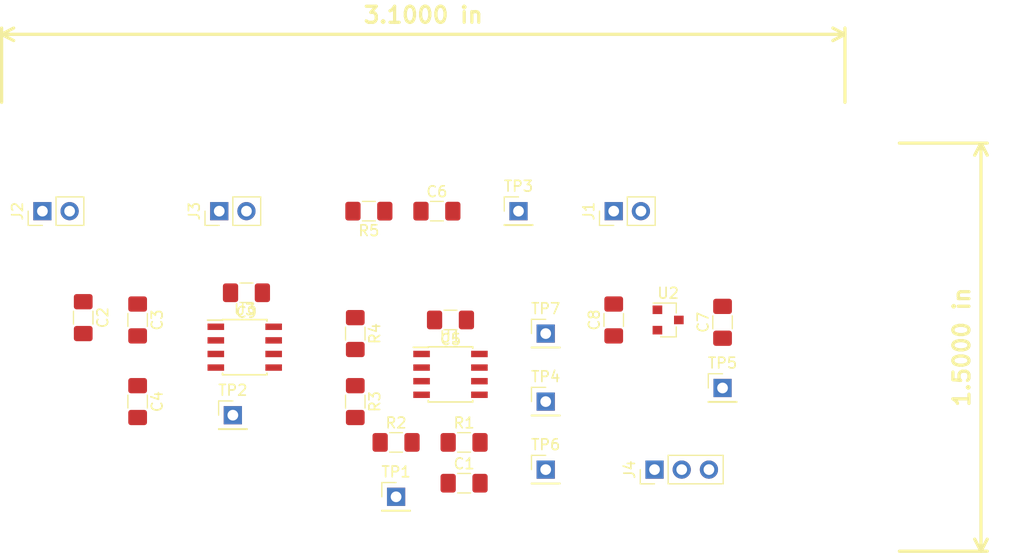
<source format=kicad_pcb>
(kicad_pcb (version 20171130) (host pcbnew "(5.0.2)-1")

  (general
    (thickness 1.6)
    (drawings 2)
    (tracks 0)
    (zones 0)
    (modules 28)
    (nets 15)
  )

  (page A4)
  (layers
    (0 F.Cu signal)
    (31 B.Cu signal)
    (32 B.Adhes user)
    (33 F.Adhes user)
    (34 B.Paste user)
    (35 F.Paste user)
    (36 B.SilkS user)
    (37 F.SilkS user)
    (38 B.Mask user)
    (39 F.Mask user)
    (40 Dwgs.User user)
    (41 Cmts.User user)
    (42 Eco1.User user)
    (43 Eco2.User user)
    (44 Edge.Cuts user)
    (45 Margin user)
    (46 B.CrtYd user)
    (47 F.CrtYd user)
    (48 B.Fab user)
    (49 F.Fab user)
  )

  (setup
    (last_trace_width 0.25)
    (trace_clearance 0.2)
    (zone_clearance 0.508)
    (zone_45_only no)
    (trace_min 0.2)
    (segment_width 0.2)
    (edge_width 0.15)
    (via_size 0.8)
    (via_drill 0.4)
    (via_min_size 0.4)
    (via_min_drill 0.3)
    (uvia_size 0.3)
    (uvia_drill 0.1)
    (uvias_allowed no)
    (uvia_min_size 0.2)
    (uvia_min_drill 0.1)
    (pcb_text_width 0.3)
    (pcb_text_size 1.5 1.5)
    (mod_edge_width 0.15)
    (mod_text_size 1 1)
    (mod_text_width 0.15)
    (pad_size 1.524 1.524)
    (pad_drill 0.762)
    (pad_to_mask_clearance 0.051)
    (solder_mask_min_width 0.25)
    (aux_axis_origin 0 0)
    (visible_elements FFFFFF7F)
    (pcbplotparams
      (layerselection 0x010fc_ffffffff)
      (usegerberextensions false)
      (usegerberattributes false)
      (usegerberadvancedattributes false)
      (creategerberjobfile false)
      (excludeedgelayer true)
      (linewidth 0.100000)
      (plotframeref false)
      (viasonmask false)
      (mode 1)
      (useauxorigin false)
      (hpglpennumber 1)
      (hpglpenspeed 20)
      (hpglpendiameter 15.000000)
      (psnegative false)
      (psa4output false)
      (plotreference true)
      (plotvalue true)
      (plotinvisibletext false)
      (padsonsilk false)
      (subtractmaskfromsilk false)
      (outputformat 1)
      (mirror false)
      (drillshape 1)
      (scaleselection 1)
      (outputdirectory ""))
  )

  (net 0 "")
  (net 1 "Net-(R3-Pad1)")
  (net 2 /ESD1)
  (net 3 /VREF)
  (net 4 GND)
  (net 5 +3V3)
  (net 6 /ESD2)
  (net 7 "Net-(C6-Pad1)")
  (net 8 +5V)
  (net 9 "Net-(U3-Pad6)")
  (net 10 "Net-(C2-Pad1)")
  (net 11 "Net-(J4-Pad2)")
  (net 12 "Net-(U3-Pad1)")
  (net 13 "Net-(U3-Pad2)")
  (net 14 "Net-(U3-Pad3)")

  (net_class Default "This is the default net class."
    (clearance 0.2)
    (trace_width 0.25)
    (via_dia 0.8)
    (via_drill 0.4)
    (uvia_dia 0.3)
    (uvia_drill 0.1)
    (add_net +3V3)
    (add_net +5V)
    (add_net /ESD1)
    (add_net /ESD2)
    (add_net /VREF)
    (add_net GND)
    (add_net "Net-(C2-Pad1)")
    (add_net "Net-(C6-Pad1)")
    (add_net "Net-(J4-Pad2)")
    (add_net "Net-(R3-Pad1)")
    (add_net "Net-(U3-Pad1)")
    (add_net "Net-(U3-Pad2)")
    (add_net "Net-(U3-Pad3)")
    (add_net "Net-(U3-Pad6)")
  )

  (module Capacitor_SMD:C_1206_3216Metric_Pad1.42x1.75mm_HandSolder (layer F.Cu) (tedit 5B301BBE) (tstamp 5DC5BECA)
    (at 102.87 113.03)
    (descr "Capacitor SMD 1206 (3216 Metric), square (rectangular) end terminal, IPC_7351 nominal with elongated pad for handsoldering. (Body size source: http://www.tortai-tech.com/upload/download/2011102023233369053.pdf), generated with kicad-footprint-generator")
    (tags "capacitor handsolder")
    (path /5DC48753)
    (attr smd)
    (fp_text reference C1 (at 0 -1.82) (layer F.SilkS)
      (effects (font (size 1 1) (thickness 0.15)))
    )
    (fp_text value 560pF (at 0 1.82) (layer F.Fab)
      (effects (font (size 1 1) (thickness 0.15)))
    )
    (fp_line (start -1.6 0.8) (end -1.6 -0.8) (layer F.Fab) (width 0.1))
    (fp_line (start -1.6 -0.8) (end 1.6 -0.8) (layer F.Fab) (width 0.1))
    (fp_line (start 1.6 -0.8) (end 1.6 0.8) (layer F.Fab) (width 0.1))
    (fp_line (start 1.6 0.8) (end -1.6 0.8) (layer F.Fab) (width 0.1))
    (fp_line (start -0.602064 -0.91) (end 0.602064 -0.91) (layer F.SilkS) (width 0.12))
    (fp_line (start -0.602064 0.91) (end 0.602064 0.91) (layer F.SilkS) (width 0.12))
    (fp_line (start -2.45 1.12) (end -2.45 -1.12) (layer F.CrtYd) (width 0.05))
    (fp_line (start -2.45 -1.12) (end 2.45 -1.12) (layer F.CrtYd) (width 0.05))
    (fp_line (start 2.45 -1.12) (end 2.45 1.12) (layer F.CrtYd) (width 0.05))
    (fp_line (start 2.45 1.12) (end -2.45 1.12) (layer F.CrtYd) (width 0.05))
    (fp_text user %R (at 0 0) (layer F.Fab)
      (effects (font (size 0.8 0.8) (thickness 0.12)))
    )
    (pad 1 smd roundrect (at -1.4875 0) (size 1.425 1.75) (layers F.Cu F.Paste F.Mask) (roundrect_rratio 0.175439)
      (net 3 /VREF))
    (pad 2 smd roundrect (at 1.4875 0) (size 1.425 1.75) (layers F.Cu F.Paste F.Mask) (roundrect_rratio 0.175439)
      (net 4 GND))
    (model ${KISYS3DMOD}/Capacitor_SMD.3dshapes/C_1206_3216Metric.wrl
      (at (xyz 0 0 0))
      (scale (xyz 1 1 1))
      (rotate (xyz 0 0 0))
    )
  )

  (module Capacitor_SMD:C_1206_3216Metric_Pad1.42x1.75mm_HandSolder (layer F.Cu) (tedit 5B301BBE) (tstamp 5DC5BEB9)
    (at 67.31 97.5725 270)
    (descr "Capacitor SMD 1206 (3216 Metric), square (rectangular) end terminal, IPC_7351 nominal with elongated pad for handsoldering. (Body size source: http://www.tortai-tech.com/upload/download/2011102023233369053.pdf), generated with kicad-footprint-generator")
    (tags "capacitor handsolder")
    (path /5DC40CD6)
    (attr smd)
    (fp_text reference C2 (at 0 -1.82 270) (layer F.SilkS)
      (effects (font (size 1 1) (thickness 0.15)))
    )
    (fp_text value 3pF (at 0 1.82 270) (layer F.Fab)
      (effects (font (size 1 1) (thickness 0.15)))
    )
    (fp_text user %R (at 0 0 270) (layer F.Fab)
      (effects (font (size 0.8 0.8) (thickness 0.12)))
    )
    (fp_line (start 2.45 1.12) (end -2.45 1.12) (layer F.CrtYd) (width 0.05))
    (fp_line (start 2.45 -1.12) (end 2.45 1.12) (layer F.CrtYd) (width 0.05))
    (fp_line (start -2.45 -1.12) (end 2.45 -1.12) (layer F.CrtYd) (width 0.05))
    (fp_line (start -2.45 1.12) (end -2.45 -1.12) (layer F.CrtYd) (width 0.05))
    (fp_line (start -0.602064 0.91) (end 0.602064 0.91) (layer F.SilkS) (width 0.12))
    (fp_line (start -0.602064 -0.91) (end 0.602064 -0.91) (layer F.SilkS) (width 0.12))
    (fp_line (start 1.6 0.8) (end -1.6 0.8) (layer F.Fab) (width 0.1))
    (fp_line (start 1.6 -0.8) (end 1.6 0.8) (layer F.Fab) (width 0.1))
    (fp_line (start -1.6 -0.8) (end 1.6 -0.8) (layer F.Fab) (width 0.1))
    (fp_line (start -1.6 0.8) (end -1.6 -0.8) (layer F.Fab) (width 0.1))
    (pad 2 smd roundrect (at 1.4875 0 270) (size 1.425 1.75) (layers F.Cu F.Paste F.Mask) (roundrect_rratio 0.175439)
      (net 4 GND))
    (pad 1 smd roundrect (at -1.4875 0 270) (size 1.425 1.75) (layers F.Cu F.Paste F.Mask) (roundrect_rratio 0.175439)
      (net 10 "Net-(C2-Pad1)"))
    (model ${KISYS3DMOD}/Capacitor_SMD.3dshapes/C_1206_3216Metric.wrl
      (at (xyz 0 0 0))
      (scale (xyz 1 1 1))
      (rotate (xyz 0 0 0))
    )
  )

  (module Capacitor_SMD:C_1206_3216Metric_Pad1.42x1.75mm_HandSolder (layer F.Cu) (tedit 5B301BBE) (tstamp 5DC5BEA8)
    (at 72.39 97.79 270)
    (descr "Capacitor SMD 1206 (3216 Metric), square (rectangular) end terminal, IPC_7351 nominal with elongated pad for handsoldering. (Body size source: http://www.tortai-tech.com/upload/download/2011102023233369053.pdf), generated with kicad-footprint-generator")
    (tags "capacitor handsolder")
    (path /5DC40C26)
    (attr smd)
    (fp_text reference C3 (at 0 -1.82 270) (layer F.SilkS)
      (effects (font (size 1 1) (thickness 0.15)))
    )
    (fp_text value 22pF (at 0 1.82 270) (layer F.Fab)
      (effects (font (size 1 1) (thickness 0.15)))
    )
    (fp_line (start -1.6 0.8) (end -1.6 -0.8) (layer F.Fab) (width 0.1))
    (fp_line (start -1.6 -0.8) (end 1.6 -0.8) (layer F.Fab) (width 0.1))
    (fp_line (start 1.6 -0.8) (end 1.6 0.8) (layer F.Fab) (width 0.1))
    (fp_line (start 1.6 0.8) (end -1.6 0.8) (layer F.Fab) (width 0.1))
    (fp_line (start -0.602064 -0.91) (end 0.602064 -0.91) (layer F.SilkS) (width 0.12))
    (fp_line (start -0.602064 0.91) (end 0.602064 0.91) (layer F.SilkS) (width 0.12))
    (fp_line (start -2.45 1.12) (end -2.45 -1.12) (layer F.CrtYd) (width 0.05))
    (fp_line (start -2.45 -1.12) (end 2.45 -1.12) (layer F.CrtYd) (width 0.05))
    (fp_line (start 2.45 -1.12) (end 2.45 1.12) (layer F.CrtYd) (width 0.05))
    (fp_line (start 2.45 1.12) (end -2.45 1.12) (layer F.CrtYd) (width 0.05))
    (fp_text user %R (at 0 0 270) (layer F.Fab)
      (effects (font (size 0.8 0.8) (thickness 0.12)))
    )
    (pad 1 smd roundrect (at -1.4875 0 270) (size 1.425 1.75) (layers F.Cu F.Paste F.Mask) (roundrect_rratio 0.175439)
      (net 10 "Net-(C2-Pad1)"))
    (pad 2 smd roundrect (at 1.4875 0 270) (size 1.425 1.75) (layers F.Cu F.Paste F.Mask) (roundrect_rratio 0.175439)
      (net 2 /ESD1))
    (model ${KISYS3DMOD}/Capacitor_SMD.3dshapes/C_1206_3216Metric.wrl
      (at (xyz 0 0 0))
      (scale (xyz 1 1 1))
      (rotate (xyz 0 0 0))
    )
  )

  (module Capacitor_SMD:C_1206_3216Metric_Pad1.42x1.75mm_HandSolder (layer F.Cu) (tedit 5B301BBE) (tstamp 5DC5BE97)
    (at 116.84 97.79 90)
    (descr "Capacitor SMD 1206 (3216 Metric), square (rectangular) end terminal, IPC_7351 nominal with elongated pad for handsoldering. (Body size source: http://www.tortai-tech.com/upload/download/2011102023233369053.pdf), generated with kicad-footprint-generator")
    (tags "capacitor handsolder")
    (path /5DC3C8DA)
    (attr smd)
    (fp_text reference C8 (at 0 -1.82 90) (layer F.SilkS)
      (effects (font (size 1 1) (thickness 0.15)))
    )
    (fp_text value 1uF (at 0 1.82 90) (layer F.Fab)
      (effects (font (size 1 1) (thickness 0.15)))
    )
    (fp_text user %R (at 0 0 90) (layer F.Fab)
      (effects (font (size 0.8 0.8) (thickness 0.12)))
    )
    (fp_line (start 2.45 1.12) (end -2.45 1.12) (layer F.CrtYd) (width 0.05))
    (fp_line (start 2.45 -1.12) (end 2.45 1.12) (layer F.CrtYd) (width 0.05))
    (fp_line (start -2.45 -1.12) (end 2.45 -1.12) (layer F.CrtYd) (width 0.05))
    (fp_line (start -2.45 1.12) (end -2.45 -1.12) (layer F.CrtYd) (width 0.05))
    (fp_line (start -0.602064 0.91) (end 0.602064 0.91) (layer F.SilkS) (width 0.12))
    (fp_line (start -0.602064 -0.91) (end 0.602064 -0.91) (layer F.SilkS) (width 0.12))
    (fp_line (start 1.6 0.8) (end -1.6 0.8) (layer F.Fab) (width 0.1))
    (fp_line (start 1.6 -0.8) (end 1.6 0.8) (layer F.Fab) (width 0.1))
    (fp_line (start -1.6 -0.8) (end 1.6 -0.8) (layer F.Fab) (width 0.1))
    (fp_line (start -1.6 0.8) (end -1.6 -0.8) (layer F.Fab) (width 0.1))
    (pad 2 smd roundrect (at 1.4875 0 90) (size 1.425 1.75) (layers F.Cu F.Paste F.Mask) (roundrect_rratio 0.175439)
      (net 4 GND))
    (pad 1 smd roundrect (at -1.4875 0 90) (size 1.425 1.75) (layers F.Cu F.Paste F.Mask) (roundrect_rratio 0.175439)
      (net 5 +3V3))
    (model ${KISYS3DMOD}/Capacitor_SMD.3dshapes/C_1206_3216Metric.wrl
      (at (xyz 0 0 0))
      (scale (xyz 1 1 1))
      (rotate (xyz 0 0 0))
    )
  )

  (module Capacitor_SMD:C_1206_3216Metric_Pad1.42x1.75mm_HandSolder (layer F.Cu) (tedit 5B301BBE) (tstamp 5DC5BE86)
    (at 127 98.0075 90)
    (descr "Capacitor SMD 1206 (3216 Metric), square (rectangular) end terminal, IPC_7351 nominal with elongated pad for handsoldering. (Body size source: http://www.tortai-tech.com/upload/download/2011102023233369053.pdf), generated with kicad-footprint-generator")
    (tags "capacitor handsolder")
    (path /5DC3C88B)
    (attr smd)
    (fp_text reference C7 (at 0 -1.82 90) (layer F.SilkS)
      (effects (font (size 1 1) (thickness 0.15)))
    )
    (fp_text value 1uF (at 0 1.82 90) (layer F.Fab)
      (effects (font (size 1 1) (thickness 0.15)))
    )
    (fp_line (start -1.6 0.8) (end -1.6 -0.8) (layer F.Fab) (width 0.1))
    (fp_line (start -1.6 -0.8) (end 1.6 -0.8) (layer F.Fab) (width 0.1))
    (fp_line (start 1.6 -0.8) (end 1.6 0.8) (layer F.Fab) (width 0.1))
    (fp_line (start 1.6 0.8) (end -1.6 0.8) (layer F.Fab) (width 0.1))
    (fp_line (start -0.602064 -0.91) (end 0.602064 -0.91) (layer F.SilkS) (width 0.12))
    (fp_line (start -0.602064 0.91) (end 0.602064 0.91) (layer F.SilkS) (width 0.12))
    (fp_line (start -2.45 1.12) (end -2.45 -1.12) (layer F.CrtYd) (width 0.05))
    (fp_line (start -2.45 -1.12) (end 2.45 -1.12) (layer F.CrtYd) (width 0.05))
    (fp_line (start 2.45 -1.12) (end 2.45 1.12) (layer F.CrtYd) (width 0.05))
    (fp_line (start 2.45 1.12) (end -2.45 1.12) (layer F.CrtYd) (width 0.05))
    (fp_text user %R (at 0 0 90) (layer F.Fab)
      (effects (font (size 0.8 0.8) (thickness 0.12)))
    )
    (pad 1 smd roundrect (at -1.4875 0 90) (size 1.425 1.75) (layers F.Cu F.Paste F.Mask) (roundrect_rratio 0.175439)
      (net 8 +5V))
    (pad 2 smd roundrect (at 1.4875 0 90) (size 1.425 1.75) (layers F.Cu F.Paste F.Mask) (roundrect_rratio 0.175439)
      (net 4 GND))
    (model ${KISYS3DMOD}/Capacitor_SMD.3dshapes/C_1206_3216Metric.wrl
      (at (xyz 0 0 0))
      (scale (xyz 1 1 1))
      (rotate (xyz 0 0 0))
    )
  )

  (module Capacitor_SMD:C_1206_3216Metric_Pad1.42x1.75mm_HandSolder (layer F.Cu) (tedit 5B301BBE) (tstamp 5DC5BE75)
    (at 100.33 87.63)
    (descr "Capacitor SMD 1206 (3216 Metric), square (rectangular) end terminal, IPC_7351 nominal with elongated pad for handsoldering. (Body size source: http://www.tortai-tech.com/upload/download/2011102023233369053.pdf), generated with kicad-footprint-generator")
    (tags "capacitor handsolder")
    (path /5DC3F53F)
    (attr smd)
    (fp_text reference C6 (at 0 -1.82) (layer F.SilkS)
      (effects (font (size 1 1) (thickness 0.15)))
    )
    (fp_text value 560pF (at 0 1.82) (layer F.Fab)
      (effects (font (size 1 1) (thickness 0.15)))
    )
    (fp_text user %R (at 0 0) (layer F.Fab)
      (effects (font (size 0.8 0.8) (thickness 0.12)))
    )
    (fp_line (start 2.45 1.12) (end -2.45 1.12) (layer F.CrtYd) (width 0.05))
    (fp_line (start 2.45 -1.12) (end 2.45 1.12) (layer F.CrtYd) (width 0.05))
    (fp_line (start -2.45 -1.12) (end 2.45 -1.12) (layer F.CrtYd) (width 0.05))
    (fp_line (start -2.45 1.12) (end -2.45 -1.12) (layer F.CrtYd) (width 0.05))
    (fp_line (start -0.602064 0.91) (end 0.602064 0.91) (layer F.SilkS) (width 0.12))
    (fp_line (start -0.602064 -0.91) (end 0.602064 -0.91) (layer F.SilkS) (width 0.12))
    (fp_line (start 1.6 0.8) (end -1.6 0.8) (layer F.Fab) (width 0.1))
    (fp_line (start 1.6 -0.8) (end 1.6 0.8) (layer F.Fab) (width 0.1))
    (fp_line (start -1.6 -0.8) (end 1.6 -0.8) (layer F.Fab) (width 0.1))
    (fp_line (start -1.6 0.8) (end -1.6 -0.8) (layer F.Fab) (width 0.1))
    (pad 2 smd roundrect (at 1.4875 0) (size 1.425 1.75) (layers F.Cu F.Paste F.Mask) (roundrect_rratio 0.175439)
      (net 4 GND))
    (pad 1 smd roundrect (at -1.4875 0) (size 1.425 1.75) (layers F.Cu F.Paste F.Mask) (roundrect_rratio 0.175439)
      (net 7 "Net-(C6-Pad1)"))
    (model ${KISYS3DMOD}/Capacitor_SMD.3dshapes/C_1206_3216Metric.wrl
      (at (xyz 0 0 0))
      (scale (xyz 1 1 1))
      (rotate (xyz 0 0 0))
    )
  )

  (module Capacitor_SMD:C_1206_3216Metric_Pad1.42x1.75mm_HandSolder (layer F.Cu) (tedit 5B301BBE) (tstamp 5DC5BE64)
    (at 101.6 97.79 180)
    (descr "Capacitor SMD 1206 (3216 Metric), square (rectangular) end terminal, IPC_7351 nominal with elongated pad for handsoldering. (Body size source: http://www.tortai-tech.com/upload/download/2011102023233369053.pdf), generated with kicad-footprint-generator")
    (tags "capacitor handsolder")
    (path /5DC3CFA5)
    (attr smd)
    (fp_text reference C5 (at 0 -1.82 180) (layer F.SilkS)
      (effects (font (size 1 1) (thickness 0.15)))
    )
    (fp_text value 0.1uF (at 0 1.82 180) (layer F.Fab)
      (effects (font (size 1 1) (thickness 0.15)))
    )
    (fp_line (start -1.6 0.8) (end -1.6 -0.8) (layer F.Fab) (width 0.1))
    (fp_line (start -1.6 -0.8) (end 1.6 -0.8) (layer F.Fab) (width 0.1))
    (fp_line (start 1.6 -0.8) (end 1.6 0.8) (layer F.Fab) (width 0.1))
    (fp_line (start 1.6 0.8) (end -1.6 0.8) (layer F.Fab) (width 0.1))
    (fp_line (start -0.602064 -0.91) (end 0.602064 -0.91) (layer F.SilkS) (width 0.12))
    (fp_line (start -0.602064 0.91) (end 0.602064 0.91) (layer F.SilkS) (width 0.12))
    (fp_line (start -2.45 1.12) (end -2.45 -1.12) (layer F.CrtYd) (width 0.05))
    (fp_line (start -2.45 -1.12) (end 2.45 -1.12) (layer F.CrtYd) (width 0.05))
    (fp_line (start 2.45 -1.12) (end 2.45 1.12) (layer F.CrtYd) (width 0.05))
    (fp_line (start 2.45 1.12) (end -2.45 1.12) (layer F.CrtYd) (width 0.05))
    (fp_text user %R (at 0 0 180) (layer F.Fab)
      (effects (font (size 0.8 0.8) (thickness 0.12)))
    )
    (pad 1 smd roundrect (at -1.4875 0 180) (size 1.425 1.75) (layers F.Cu F.Paste F.Mask) (roundrect_rratio 0.175439)
      (net 5 +3V3))
    (pad 2 smd roundrect (at 1.4875 0 180) (size 1.425 1.75) (layers F.Cu F.Paste F.Mask) (roundrect_rratio 0.175439)
      (net 4 GND))
    (model ${KISYS3DMOD}/Capacitor_SMD.3dshapes/C_1206_3216Metric.wrl
      (at (xyz 0 0 0))
      (scale (xyz 1 1 1))
      (rotate (xyz 0 0 0))
    )
  )

  (module Capacitor_SMD:C_1206_3216Metric_Pad1.42x1.75mm_HandSolder (layer F.Cu) (tedit 5B301BBE) (tstamp 5DC5BE53)
    (at 72.39 105.41 270)
    (descr "Capacitor SMD 1206 (3216 Metric), square (rectangular) end terminal, IPC_7351 nominal with elongated pad for handsoldering. (Body size source: http://www.tortai-tech.com/upload/download/2011102023233369053.pdf), generated with kicad-footprint-generator")
    (tags "capacitor handsolder")
    (path /5DC40C90)
    (attr smd)
    (fp_text reference C4 (at 0 -1.82 270) (layer F.SilkS)
      (effects (font (size 1 1) (thickness 0.15)))
    )
    (fp_text value 560pF (at 0 1.82 270) (layer F.Fab)
      (effects (font (size 1 1) (thickness 0.15)))
    )
    (fp_text user %R (at 0 0 270) (layer F.Fab)
      (effects (font (size 0.8 0.8) (thickness 0.12)))
    )
    (fp_line (start 2.45 1.12) (end -2.45 1.12) (layer F.CrtYd) (width 0.05))
    (fp_line (start 2.45 -1.12) (end 2.45 1.12) (layer F.CrtYd) (width 0.05))
    (fp_line (start -2.45 -1.12) (end 2.45 -1.12) (layer F.CrtYd) (width 0.05))
    (fp_line (start -2.45 1.12) (end -2.45 -1.12) (layer F.CrtYd) (width 0.05))
    (fp_line (start -0.602064 0.91) (end 0.602064 0.91) (layer F.SilkS) (width 0.12))
    (fp_line (start -0.602064 -0.91) (end 0.602064 -0.91) (layer F.SilkS) (width 0.12))
    (fp_line (start 1.6 0.8) (end -1.6 0.8) (layer F.Fab) (width 0.1))
    (fp_line (start 1.6 -0.8) (end 1.6 0.8) (layer F.Fab) (width 0.1))
    (fp_line (start -1.6 -0.8) (end 1.6 -0.8) (layer F.Fab) (width 0.1))
    (fp_line (start -1.6 0.8) (end -1.6 -0.8) (layer F.Fab) (width 0.1))
    (pad 2 smd roundrect (at 1.4875 0 270) (size 1.425 1.75) (layers F.Cu F.Paste F.Mask) (roundrect_rratio 0.175439)
      (net 4 GND))
    (pad 1 smd roundrect (at -1.4875 0 270) (size 1.425 1.75) (layers F.Cu F.Paste F.Mask) (roundrect_rratio 0.175439)
      (net 2 /ESD1))
    (model ${KISYS3DMOD}/Capacitor_SMD.3dshapes/C_1206_3216Metric.wrl
      (at (xyz 0 0 0))
      (scale (xyz 1 1 1))
      (rotate (xyz 0 0 0))
    )
  )

  (module Capacitor_SMD:C_1206_3216Metric_Pad1.42x1.75mm_HandSolder (layer F.Cu) (tedit 5B301BBE) (tstamp 5DC5BE42)
    (at 82.55 95.25 180)
    (descr "Capacitor SMD 1206 (3216 Metric), square (rectangular) end terminal, IPC_7351 nominal with elongated pad for handsoldering. (Body size source: http://www.tortai-tech.com/upload/download/2011102023233369053.pdf), generated with kicad-footprint-generator")
    (tags "capacitor handsolder")
    (path /5DC61BE5)
    (attr smd)
    (fp_text reference C9 (at 0 -1.82 180) (layer F.SilkS)
      (effects (font (size 1 1) (thickness 0.15)))
    )
    (fp_text value 0.1uF (at 0 1.82 180) (layer F.Fab)
      (effects (font (size 1 1) (thickness 0.15)))
    )
    (fp_line (start -1.6 0.8) (end -1.6 -0.8) (layer F.Fab) (width 0.1))
    (fp_line (start -1.6 -0.8) (end 1.6 -0.8) (layer F.Fab) (width 0.1))
    (fp_line (start 1.6 -0.8) (end 1.6 0.8) (layer F.Fab) (width 0.1))
    (fp_line (start 1.6 0.8) (end -1.6 0.8) (layer F.Fab) (width 0.1))
    (fp_line (start -0.602064 -0.91) (end 0.602064 -0.91) (layer F.SilkS) (width 0.12))
    (fp_line (start -0.602064 0.91) (end 0.602064 0.91) (layer F.SilkS) (width 0.12))
    (fp_line (start -2.45 1.12) (end -2.45 -1.12) (layer F.CrtYd) (width 0.05))
    (fp_line (start -2.45 -1.12) (end 2.45 -1.12) (layer F.CrtYd) (width 0.05))
    (fp_line (start 2.45 -1.12) (end 2.45 1.12) (layer F.CrtYd) (width 0.05))
    (fp_line (start 2.45 1.12) (end -2.45 1.12) (layer F.CrtYd) (width 0.05))
    (fp_text user %R (at 0 0 180) (layer F.Fab)
      (effects (font (size 0.8 0.8) (thickness 0.12)))
    )
    (pad 1 smd roundrect (at -1.4875 0 180) (size 1.425 1.75) (layers F.Cu F.Paste F.Mask) (roundrect_rratio 0.175439)
      (net 5 +3V3))
    (pad 2 smd roundrect (at 1.4875 0 180) (size 1.425 1.75) (layers F.Cu F.Paste F.Mask) (roundrect_rratio 0.175439)
      (net 4 GND))
    (model ${KISYS3DMOD}/Capacitor_SMD.3dshapes/C_1206_3216Metric.wrl
      (at (xyz 0 0 0))
      (scale (xyz 1 1 1))
      (rotate (xyz 0 0 0))
    )
  )

  (module Connector_PinHeader_2.54mm:PinHeader_1x01_P2.54mm_Vertical (layer F.Cu) (tedit 59FED5CC) (tstamp 5DC5BE31)
    (at 110.49 111.76)
    (descr "Through hole straight pin header, 1x01, 2.54mm pitch, single row")
    (tags "Through hole pin header THT 1x01 2.54mm single row")
    (path /5DC6E294)
    (fp_text reference TP6 (at 0 -2.33) (layer F.SilkS)
      (effects (font (size 1 1) (thickness 0.15)))
    )
    (fp_text value TestPoint (at 0 2.33) (layer F.Fab)
      (effects (font (size 1 1) (thickness 0.15)))
    )
    (fp_line (start -0.635 -1.27) (end 1.27 -1.27) (layer F.Fab) (width 0.1))
    (fp_line (start 1.27 -1.27) (end 1.27 1.27) (layer F.Fab) (width 0.1))
    (fp_line (start 1.27 1.27) (end -1.27 1.27) (layer F.Fab) (width 0.1))
    (fp_line (start -1.27 1.27) (end -1.27 -0.635) (layer F.Fab) (width 0.1))
    (fp_line (start -1.27 -0.635) (end -0.635 -1.27) (layer F.Fab) (width 0.1))
    (fp_line (start -1.33 1.33) (end 1.33 1.33) (layer F.SilkS) (width 0.12))
    (fp_line (start -1.33 1.27) (end -1.33 1.33) (layer F.SilkS) (width 0.12))
    (fp_line (start 1.33 1.27) (end 1.33 1.33) (layer F.SilkS) (width 0.12))
    (fp_line (start -1.33 1.27) (end 1.33 1.27) (layer F.SilkS) (width 0.12))
    (fp_line (start -1.33 0) (end -1.33 -1.33) (layer F.SilkS) (width 0.12))
    (fp_line (start -1.33 -1.33) (end 0 -1.33) (layer F.SilkS) (width 0.12))
    (fp_line (start -1.8 -1.8) (end -1.8 1.8) (layer F.CrtYd) (width 0.05))
    (fp_line (start -1.8 1.8) (end 1.8 1.8) (layer F.CrtYd) (width 0.05))
    (fp_line (start 1.8 1.8) (end 1.8 -1.8) (layer F.CrtYd) (width 0.05))
    (fp_line (start 1.8 -1.8) (end -1.8 -1.8) (layer F.CrtYd) (width 0.05))
    (fp_text user %R (at 0 0 90) (layer F.Fab)
      (effects (font (size 1 1) (thickness 0.15)))
    )
    (pad 1 thru_hole rect (at 0 0) (size 1.7 1.7) (drill 1) (layers *.Cu *.Mask)
      (net 4 GND))
    (model ${KISYS3DMOD}/Connector_PinHeader_2.54mm.3dshapes/PinHeader_1x01_P2.54mm_Vertical.wrl
      (at (xyz 0 0 0))
      (scale (xyz 1 1 1))
      (rotate (xyz 0 0 0))
    )
  )

  (module Connector_PinHeader_2.54mm:PinHeader_1x01_P2.54mm_Vertical (layer F.Cu) (tedit 59FED5CC) (tstamp 5DC5BE1C)
    (at 81.28 106.68)
    (descr "Through hole straight pin header, 1x01, 2.54mm pitch, single row")
    (tags "Through hole pin header THT 1x01 2.54mm single row")
    (path /5DC6FFCD)
    (fp_text reference TP2 (at 0 -2.33) (layer F.SilkS)
      (effects (font (size 1 1) (thickness 0.15)))
    )
    (fp_text value TestPoint (at 0 2.33) (layer F.Fab)
      (effects (font (size 1 1) (thickness 0.15)))
    )
    (fp_text user %R (at 0 0 90) (layer F.Fab)
      (effects (font (size 1 1) (thickness 0.15)))
    )
    (fp_line (start 1.8 -1.8) (end -1.8 -1.8) (layer F.CrtYd) (width 0.05))
    (fp_line (start 1.8 1.8) (end 1.8 -1.8) (layer F.CrtYd) (width 0.05))
    (fp_line (start -1.8 1.8) (end 1.8 1.8) (layer F.CrtYd) (width 0.05))
    (fp_line (start -1.8 -1.8) (end -1.8 1.8) (layer F.CrtYd) (width 0.05))
    (fp_line (start -1.33 -1.33) (end 0 -1.33) (layer F.SilkS) (width 0.12))
    (fp_line (start -1.33 0) (end -1.33 -1.33) (layer F.SilkS) (width 0.12))
    (fp_line (start -1.33 1.27) (end 1.33 1.27) (layer F.SilkS) (width 0.12))
    (fp_line (start 1.33 1.27) (end 1.33 1.33) (layer F.SilkS) (width 0.12))
    (fp_line (start -1.33 1.27) (end -1.33 1.33) (layer F.SilkS) (width 0.12))
    (fp_line (start -1.33 1.33) (end 1.33 1.33) (layer F.SilkS) (width 0.12))
    (fp_line (start -1.27 -0.635) (end -0.635 -1.27) (layer F.Fab) (width 0.1))
    (fp_line (start -1.27 1.27) (end -1.27 -0.635) (layer F.Fab) (width 0.1))
    (fp_line (start 1.27 1.27) (end -1.27 1.27) (layer F.Fab) (width 0.1))
    (fp_line (start 1.27 -1.27) (end 1.27 1.27) (layer F.Fab) (width 0.1))
    (fp_line (start -0.635 -1.27) (end 1.27 -1.27) (layer F.Fab) (width 0.1))
    (pad 1 thru_hole rect (at 0 0) (size 1.7 1.7) (drill 1) (layers *.Cu *.Mask)
      (net 2 /ESD1))
    (model ${KISYS3DMOD}/Connector_PinHeader_2.54mm.3dshapes/PinHeader_1x01_P2.54mm_Vertical.wrl
      (at (xyz 0 0 0))
      (scale (xyz 1 1 1))
      (rotate (xyz 0 0 0))
    )
  )

  (module Connector_PinHeader_2.54mm:PinHeader_1x01_P2.54mm_Vertical (layer F.Cu) (tedit 59FED5CC) (tstamp 5DC5BE07)
    (at 110.49 105.41)
    (descr "Through hole straight pin header, 1x01, 2.54mm pitch, single row")
    (tags "Through hole pin header THT 1x01 2.54mm single row")
    (path /5DC6E1A6)
    (fp_text reference TP4 (at 0 -2.33) (layer F.SilkS)
      (effects (font (size 1 1) (thickness 0.15)))
    )
    (fp_text value TestPoint (at 0 2.33) (layer F.Fab)
      (effects (font (size 1 1) (thickness 0.15)))
    )
    (fp_line (start -0.635 -1.27) (end 1.27 -1.27) (layer F.Fab) (width 0.1))
    (fp_line (start 1.27 -1.27) (end 1.27 1.27) (layer F.Fab) (width 0.1))
    (fp_line (start 1.27 1.27) (end -1.27 1.27) (layer F.Fab) (width 0.1))
    (fp_line (start -1.27 1.27) (end -1.27 -0.635) (layer F.Fab) (width 0.1))
    (fp_line (start -1.27 -0.635) (end -0.635 -1.27) (layer F.Fab) (width 0.1))
    (fp_line (start -1.33 1.33) (end 1.33 1.33) (layer F.SilkS) (width 0.12))
    (fp_line (start -1.33 1.27) (end -1.33 1.33) (layer F.SilkS) (width 0.12))
    (fp_line (start 1.33 1.27) (end 1.33 1.33) (layer F.SilkS) (width 0.12))
    (fp_line (start -1.33 1.27) (end 1.33 1.27) (layer F.SilkS) (width 0.12))
    (fp_line (start -1.33 0) (end -1.33 -1.33) (layer F.SilkS) (width 0.12))
    (fp_line (start -1.33 -1.33) (end 0 -1.33) (layer F.SilkS) (width 0.12))
    (fp_line (start -1.8 -1.8) (end -1.8 1.8) (layer F.CrtYd) (width 0.05))
    (fp_line (start -1.8 1.8) (end 1.8 1.8) (layer F.CrtYd) (width 0.05))
    (fp_line (start 1.8 1.8) (end 1.8 -1.8) (layer F.CrtYd) (width 0.05))
    (fp_line (start 1.8 -1.8) (end -1.8 -1.8) (layer F.CrtYd) (width 0.05))
    (fp_text user %R (at 0 0 90) (layer F.Fab)
      (effects (font (size 1 1) (thickness 0.15)))
    )
    (pad 1 thru_hole rect (at 0 0) (size 1.7 1.7) (drill 1) (layers *.Cu *.Mask)
      (net 11 "Net-(J4-Pad2)"))
    (model ${KISYS3DMOD}/Connector_PinHeader_2.54mm.3dshapes/PinHeader_1x01_P2.54mm_Vertical.wrl
      (at (xyz 0 0 0))
      (scale (xyz 1 1 1))
      (rotate (xyz 0 0 0))
    )
  )

  (module Connector_PinHeader_2.54mm:PinHeader_1x01_P2.54mm_Vertical (layer F.Cu) (tedit 59FED5CC) (tstamp 5DC5BDF2)
    (at 127 104.14)
    (descr "Through hole straight pin header, 1x01, 2.54mm pitch, single row")
    (tags "Through hole pin header THT 1x01 2.54mm single row")
    (path /5DC6E2E2)
    (fp_text reference TP5 (at 0 -2.33) (layer F.SilkS)
      (effects (font (size 1 1) (thickness 0.15)))
    )
    (fp_text value TestPoint (at 0 2.33) (layer F.Fab)
      (effects (font (size 1 1) (thickness 0.15)))
    )
    (fp_text user %R (at 0 0 90) (layer F.Fab)
      (effects (font (size 1 1) (thickness 0.15)))
    )
    (fp_line (start 1.8 -1.8) (end -1.8 -1.8) (layer F.CrtYd) (width 0.05))
    (fp_line (start 1.8 1.8) (end 1.8 -1.8) (layer F.CrtYd) (width 0.05))
    (fp_line (start -1.8 1.8) (end 1.8 1.8) (layer F.CrtYd) (width 0.05))
    (fp_line (start -1.8 -1.8) (end -1.8 1.8) (layer F.CrtYd) (width 0.05))
    (fp_line (start -1.33 -1.33) (end 0 -1.33) (layer F.SilkS) (width 0.12))
    (fp_line (start -1.33 0) (end -1.33 -1.33) (layer F.SilkS) (width 0.12))
    (fp_line (start -1.33 1.27) (end 1.33 1.27) (layer F.SilkS) (width 0.12))
    (fp_line (start 1.33 1.27) (end 1.33 1.33) (layer F.SilkS) (width 0.12))
    (fp_line (start -1.33 1.27) (end -1.33 1.33) (layer F.SilkS) (width 0.12))
    (fp_line (start -1.33 1.33) (end 1.33 1.33) (layer F.SilkS) (width 0.12))
    (fp_line (start -1.27 -0.635) (end -0.635 -1.27) (layer F.Fab) (width 0.1))
    (fp_line (start -1.27 1.27) (end -1.27 -0.635) (layer F.Fab) (width 0.1))
    (fp_line (start 1.27 1.27) (end -1.27 1.27) (layer F.Fab) (width 0.1))
    (fp_line (start 1.27 -1.27) (end 1.27 1.27) (layer F.Fab) (width 0.1))
    (fp_line (start -0.635 -1.27) (end 1.27 -1.27) (layer F.Fab) (width 0.1))
    (pad 1 thru_hole rect (at 0 0) (size 1.7 1.7) (drill 1) (layers *.Cu *.Mask)
      (net 8 +5V))
    (model ${KISYS3DMOD}/Connector_PinHeader_2.54mm.3dshapes/PinHeader_1x01_P2.54mm_Vertical.wrl
      (at (xyz 0 0 0))
      (scale (xyz 1 1 1))
      (rotate (xyz 0 0 0))
    )
  )

  (module Connector_PinHeader_2.54mm:PinHeader_1x01_P2.54mm_Vertical (layer F.Cu) (tedit 59FED5CC) (tstamp 5DC5BDDD)
    (at 110.49 99.06)
    (descr "Through hole straight pin header, 1x01, 2.54mm pitch, single row")
    (tags "Through hole pin header THT 1x01 2.54mm single row")
    (path /5DC6EE1E)
    (fp_text reference TP7 (at 0 -2.33) (layer F.SilkS)
      (effects (font (size 1 1) (thickness 0.15)))
    )
    (fp_text value TestPoint (at 0 2.33) (layer F.Fab)
      (effects (font (size 1 1) (thickness 0.15)))
    )
    (fp_line (start -0.635 -1.27) (end 1.27 -1.27) (layer F.Fab) (width 0.1))
    (fp_line (start 1.27 -1.27) (end 1.27 1.27) (layer F.Fab) (width 0.1))
    (fp_line (start 1.27 1.27) (end -1.27 1.27) (layer F.Fab) (width 0.1))
    (fp_line (start -1.27 1.27) (end -1.27 -0.635) (layer F.Fab) (width 0.1))
    (fp_line (start -1.27 -0.635) (end -0.635 -1.27) (layer F.Fab) (width 0.1))
    (fp_line (start -1.33 1.33) (end 1.33 1.33) (layer F.SilkS) (width 0.12))
    (fp_line (start -1.33 1.27) (end -1.33 1.33) (layer F.SilkS) (width 0.12))
    (fp_line (start 1.33 1.27) (end 1.33 1.33) (layer F.SilkS) (width 0.12))
    (fp_line (start -1.33 1.27) (end 1.33 1.27) (layer F.SilkS) (width 0.12))
    (fp_line (start -1.33 0) (end -1.33 -1.33) (layer F.SilkS) (width 0.12))
    (fp_line (start -1.33 -1.33) (end 0 -1.33) (layer F.SilkS) (width 0.12))
    (fp_line (start -1.8 -1.8) (end -1.8 1.8) (layer F.CrtYd) (width 0.05))
    (fp_line (start -1.8 1.8) (end 1.8 1.8) (layer F.CrtYd) (width 0.05))
    (fp_line (start 1.8 1.8) (end 1.8 -1.8) (layer F.CrtYd) (width 0.05))
    (fp_line (start 1.8 -1.8) (end -1.8 -1.8) (layer F.CrtYd) (width 0.05))
    (fp_text user %R (at 0 0 90) (layer F.Fab)
      (effects (font (size 1 1) (thickness 0.15)))
    )
    (pad 1 thru_hole rect (at 0 0) (size 1.7 1.7) (drill 1) (layers *.Cu *.Mask)
      (net 5 +3V3))
    (model ${KISYS3DMOD}/Connector_PinHeader_2.54mm.3dshapes/PinHeader_1x01_P2.54mm_Vertical.wrl
      (at (xyz 0 0 0))
      (scale (xyz 1 1 1))
      (rotate (xyz 0 0 0))
    )
  )

  (module Connector_PinHeader_2.54mm:PinHeader_1x01_P2.54mm_Vertical (layer F.Cu) (tedit 59FED5CC) (tstamp 5DC5BDC8)
    (at 96.52 114.3)
    (descr "Through hole straight pin header, 1x01, 2.54mm pitch, single row")
    (tags "Through hole pin header THT 1x01 2.54mm single row")
    (path /5DCE2BD8)
    (fp_text reference TP1 (at 0 -2.33) (layer F.SilkS)
      (effects (font (size 1 1) (thickness 0.15)))
    )
    (fp_text value TestPoint (at 0 2.33) (layer F.Fab)
      (effects (font (size 1 1) (thickness 0.15)))
    )
    (fp_text user %R (at 0 0 90) (layer F.Fab)
      (effects (font (size 1 1) (thickness 0.15)))
    )
    (fp_line (start 1.8 -1.8) (end -1.8 -1.8) (layer F.CrtYd) (width 0.05))
    (fp_line (start 1.8 1.8) (end 1.8 -1.8) (layer F.CrtYd) (width 0.05))
    (fp_line (start -1.8 1.8) (end 1.8 1.8) (layer F.CrtYd) (width 0.05))
    (fp_line (start -1.8 -1.8) (end -1.8 1.8) (layer F.CrtYd) (width 0.05))
    (fp_line (start -1.33 -1.33) (end 0 -1.33) (layer F.SilkS) (width 0.12))
    (fp_line (start -1.33 0) (end -1.33 -1.33) (layer F.SilkS) (width 0.12))
    (fp_line (start -1.33 1.27) (end 1.33 1.27) (layer F.SilkS) (width 0.12))
    (fp_line (start 1.33 1.27) (end 1.33 1.33) (layer F.SilkS) (width 0.12))
    (fp_line (start -1.33 1.27) (end -1.33 1.33) (layer F.SilkS) (width 0.12))
    (fp_line (start -1.33 1.33) (end 1.33 1.33) (layer F.SilkS) (width 0.12))
    (fp_line (start -1.27 -0.635) (end -0.635 -1.27) (layer F.Fab) (width 0.1))
    (fp_line (start -1.27 1.27) (end -1.27 -0.635) (layer F.Fab) (width 0.1))
    (fp_line (start 1.27 1.27) (end -1.27 1.27) (layer F.Fab) (width 0.1))
    (fp_line (start 1.27 -1.27) (end 1.27 1.27) (layer F.Fab) (width 0.1))
    (fp_line (start -0.635 -1.27) (end 1.27 -1.27) (layer F.Fab) (width 0.1))
    (pad 1 thru_hole rect (at 0 0) (size 1.7 1.7) (drill 1) (layers *.Cu *.Mask)
      (net 3 /VREF))
    (model ${KISYS3DMOD}/Connector_PinHeader_2.54mm.3dshapes/PinHeader_1x01_P2.54mm_Vertical.wrl
      (at (xyz 0 0 0))
      (scale (xyz 1 1 1))
      (rotate (xyz 0 0 0))
    )
  )

  (module Connector_PinHeader_2.54mm:PinHeader_1x01_P2.54mm_Vertical (layer F.Cu) (tedit 59FED5CC) (tstamp 5DC5BDB3)
    (at 107.95 87.63)
    (descr "Through hole straight pin header, 1x01, 2.54mm pitch, single row")
    (tags "Through hole pin header THT 1x01 2.54mm single row")
    (path /5DC8CE18)
    (fp_text reference TP3 (at 0 -2.33) (layer F.SilkS)
      (effects (font (size 1 1) (thickness 0.15)))
    )
    (fp_text value TestPoint (at 0 2.33) (layer F.Fab)
      (effects (font (size 1 1) (thickness 0.15)))
    )
    (fp_line (start -0.635 -1.27) (end 1.27 -1.27) (layer F.Fab) (width 0.1))
    (fp_line (start 1.27 -1.27) (end 1.27 1.27) (layer F.Fab) (width 0.1))
    (fp_line (start 1.27 1.27) (end -1.27 1.27) (layer F.Fab) (width 0.1))
    (fp_line (start -1.27 1.27) (end -1.27 -0.635) (layer F.Fab) (width 0.1))
    (fp_line (start -1.27 -0.635) (end -0.635 -1.27) (layer F.Fab) (width 0.1))
    (fp_line (start -1.33 1.33) (end 1.33 1.33) (layer F.SilkS) (width 0.12))
    (fp_line (start -1.33 1.27) (end -1.33 1.33) (layer F.SilkS) (width 0.12))
    (fp_line (start 1.33 1.27) (end 1.33 1.33) (layer F.SilkS) (width 0.12))
    (fp_line (start -1.33 1.27) (end 1.33 1.27) (layer F.SilkS) (width 0.12))
    (fp_line (start -1.33 0) (end -1.33 -1.33) (layer F.SilkS) (width 0.12))
    (fp_line (start -1.33 -1.33) (end 0 -1.33) (layer F.SilkS) (width 0.12))
    (fp_line (start -1.8 -1.8) (end -1.8 1.8) (layer F.CrtYd) (width 0.05))
    (fp_line (start -1.8 1.8) (end 1.8 1.8) (layer F.CrtYd) (width 0.05))
    (fp_line (start 1.8 1.8) (end 1.8 -1.8) (layer F.CrtYd) (width 0.05))
    (fp_line (start 1.8 -1.8) (end -1.8 -1.8) (layer F.CrtYd) (width 0.05))
    (fp_text user %R (at 0 0 90) (layer F.Fab)
      (effects (font (size 1 1) (thickness 0.15)))
    )
    (pad 1 thru_hole rect (at 0 0) (size 1.7 1.7) (drill 1) (layers *.Cu *.Mask)
      (net 7 "Net-(C6-Pad1)"))
    (model ${KISYS3DMOD}/Connector_PinHeader_2.54mm.3dshapes/PinHeader_1x01_P2.54mm_Vertical.wrl
      (at (xyz 0 0 0))
      (scale (xyz 1 1 1))
      (rotate (xyz 0 0 0))
    )
  )

  (module Connector_PinHeader_2.54mm:PinHeader_1x02_P2.54mm_Vertical (layer F.Cu) (tedit 59FED5CC) (tstamp 5DC5BD9E)
    (at 80.01 87.63 90)
    (descr "Through hole straight pin header, 1x02, 2.54mm pitch, single row")
    (tags "Through hole pin header THT 1x02 2.54mm single row")
    (path /5DC526A5)
    (fp_text reference J3 (at 0 -2.33 90) (layer F.SilkS)
      (effects (font (size 1 1) (thickness 0.15)))
    )
    (fp_text value ANTENNA (at 0 4.87 90) (layer F.Fab)
      (effects (font (size 1 1) (thickness 0.15)))
    )
    (fp_line (start -0.635 -1.27) (end 1.27 -1.27) (layer F.Fab) (width 0.1))
    (fp_line (start 1.27 -1.27) (end 1.27 3.81) (layer F.Fab) (width 0.1))
    (fp_line (start 1.27 3.81) (end -1.27 3.81) (layer F.Fab) (width 0.1))
    (fp_line (start -1.27 3.81) (end -1.27 -0.635) (layer F.Fab) (width 0.1))
    (fp_line (start -1.27 -0.635) (end -0.635 -1.27) (layer F.Fab) (width 0.1))
    (fp_line (start -1.33 3.87) (end 1.33 3.87) (layer F.SilkS) (width 0.12))
    (fp_line (start -1.33 1.27) (end -1.33 3.87) (layer F.SilkS) (width 0.12))
    (fp_line (start 1.33 1.27) (end 1.33 3.87) (layer F.SilkS) (width 0.12))
    (fp_line (start -1.33 1.27) (end 1.33 1.27) (layer F.SilkS) (width 0.12))
    (fp_line (start -1.33 0) (end -1.33 -1.33) (layer F.SilkS) (width 0.12))
    (fp_line (start -1.33 -1.33) (end 0 -1.33) (layer F.SilkS) (width 0.12))
    (fp_line (start -1.8 -1.8) (end -1.8 4.35) (layer F.CrtYd) (width 0.05))
    (fp_line (start -1.8 4.35) (end 1.8 4.35) (layer F.CrtYd) (width 0.05))
    (fp_line (start 1.8 4.35) (end 1.8 -1.8) (layer F.CrtYd) (width 0.05))
    (fp_line (start 1.8 -1.8) (end -1.8 -1.8) (layer F.CrtYd) (width 0.05))
    (fp_text user %R (at 0 1.27 180) (layer F.Fab)
      (effects (font (size 1 1) (thickness 0.15)))
    )
    (pad 1 thru_hole rect (at 0 0 90) (size 1.7 1.7) (drill 1) (layers *.Cu *.Mask)
      (net 10 "Net-(C2-Pad1)"))
    (pad 2 thru_hole oval (at 0 2.54 90) (size 1.7 1.7) (drill 1) (layers *.Cu *.Mask)
      (net 10 "Net-(C2-Pad1)"))
    (model ${KISYS3DMOD}/Connector_PinHeader_2.54mm.3dshapes/PinHeader_1x02_P2.54mm_Vertical.wrl
      (at (xyz 0 0 0))
      (scale (xyz 1 1 1))
      (rotate (xyz 0 0 0))
    )
  )

  (module Connector_PinHeader_2.54mm:PinHeader_1x02_P2.54mm_Vertical (layer F.Cu) (tedit 59FED5CC) (tstamp 5DC5BD88)
    (at 63.5 87.63 90)
    (descr "Through hole straight pin header, 1x02, 2.54mm pitch, single row")
    (tags "Through hole pin header THT 1x02 2.54mm single row")
    (path /5DC526F1)
    (fp_text reference J2 (at 0 -2.33 90) (layer F.SilkS)
      (effects (font (size 1 1) (thickness 0.15)))
    )
    (fp_text value L_OUT (at 0 4.87 90) (layer F.Fab)
      (effects (font (size 1 1) (thickness 0.15)))
    )
    (fp_text user %R (at 0 1.27 180) (layer F.Fab)
      (effects (font (size 1 1) (thickness 0.15)))
    )
    (fp_line (start 1.8 -1.8) (end -1.8 -1.8) (layer F.CrtYd) (width 0.05))
    (fp_line (start 1.8 4.35) (end 1.8 -1.8) (layer F.CrtYd) (width 0.05))
    (fp_line (start -1.8 4.35) (end 1.8 4.35) (layer F.CrtYd) (width 0.05))
    (fp_line (start -1.8 -1.8) (end -1.8 4.35) (layer F.CrtYd) (width 0.05))
    (fp_line (start -1.33 -1.33) (end 0 -1.33) (layer F.SilkS) (width 0.12))
    (fp_line (start -1.33 0) (end -1.33 -1.33) (layer F.SilkS) (width 0.12))
    (fp_line (start -1.33 1.27) (end 1.33 1.27) (layer F.SilkS) (width 0.12))
    (fp_line (start 1.33 1.27) (end 1.33 3.87) (layer F.SilkS) (width 0.12))
    (fp_line (start -1.33 1.27) (end -1.33 3.87) (layer F.SilkS) (width 0.12))
    (fp_line (start -1.33 3.87) (end 1.33 3.87) (layer F.SilkS) (width 0.12))
    (fp_line (start -1.27 -0.635) (end -0.635 -1.27) (layer F.Fab) (width 0.1))
    (fp_line (start -1.27 3.81) (end -1.27 -0.635) (layer F.Fab) (width 0.1))
    (fp_line (start 1.27 3.81) (end -1.27 3.81) (layer F.Fab) (width 0.1))
    (fp_line (start 1.27 -1.27) (end 1.27 3.81) (layer F.Fab) (width 0.1))
    (fp_line (start -0.635 -1.27) (end 1.27 -1.27) (layer F.Fab) (width 0.1))
    (pad 2 thru_hole oval (at 0 2.54 90) (size 1.7 1.7) (drill 1) (layers *.Cu *.Mask)
      (net 10 "Net-(C2-Pad1)"))
    (pad 1 thru_hole rect (at 0 0 90) (size 1.7 1.7) (drill 1) (layers *.Cu *.Mask)
      (net 10 "Net-(C2-Pad1)"))
    (model ${KISYS3DMOD}/Connector_PinHeader_2.54mm.3dshapes/PinHeader_1x02_P2.54mm_Vertical.wrl
      (at (xyz 0 0 0))
      (scale (xyz 1 1 1))
      (rotate (xyz 0 0 0))
    )
  )

  (module Connector_PinHeader_2.54mm:PinHeader_1x02_P2.54mm_Vertical (layer F.Cu) (tedit 59FED5CC) (tstamp 5DC5BD72)
    (at 116.84 87.63 90)
    (descr "Through hole straight pin header, 1x02, 2.54mm pitch, single row")
    (tags "Through hole pin header THT 1x02 2.54mm single row")
    (path /5DC52761)
    (fp_text reference J1 (at 0 -2.33 90) (layer F.SilkS)
      (effects (font (size 1 1) (thickness 0.15)))
    )
    (fp_text value L_IN (at 0 4.87 90) (layer F.Fab)
      (effects (font (size 1 1) (thickness 0.15)))
    )
    (fp_line (start -0.635 -1.27) (end 1.27 -1.27) (layer F.Fab) (width 0.1))
    (fp_line (start 1.27 -1.27) (end 1.27 3.81) (layer F.Fab) (width 0.1))
    (fp_line (start 1.27 3.81) (end -1.27 3.81) (layer F.Fab) (width 0.1))
    (fp_line (start -1.27 3.81) (end -1.27 -0.635) (layer F.Fab) (width 0.1))
    (fp_line (start -1.27 -0.635) (end -0.635 -1.27) (layer F.Fab) (width 0.1))
    (fp_line (start -1.33 3.87) (end 1.33 3.87) (layer F.SilkS) (width 0.12))
    (fp_line (start -1.33 1.27) (end -1.33 3.87) (layer F.SilkS) (width 0.12))
    (fp_line (start 1.33 1.27) (end 1.33 3.87) (layer F.SilkS) (width 0.12))
    (fp_line (start -1.33 1.27) (end 1.33 1.27) (layer F.SilkS) (width 0.12))
    (fp_line (start -1.33 0) (end -1.33 -1.33) (layer F.SilkS) (width 0.12))
    (fp_line (start -1.33 -1.33) (end 0 -1.33) (layer F.SilkS) (width 0.12))
    (fp_line (start -1.8 -1.8) (end -1.8 4.35) (layer F.CrtYd) (width 0.05))
    (fp_line (start -1.8 4.35) (end 1.8 4.35) (layer F.CrtYd) (width 0.05))
    (fp_line (start 1.8 4.35) (end 1.8 -1.8) (layer F.CrtYd) (width 0.05))
    (fp_line (start 1.8 -1.8) (end -1.8 -1.8) (layer F.CrtYd) (width 0.05))
    (fp_text user %R (at 0 1.27 180) (layer F.Fab)
      (effects (font (size 1 1) (thickness 0.15)))
    )
    (pad 1 thru_hole rect (at 0 0 90) (size 1.7 1.7) (drill 1) (layers *.Cu *.Mask)
      (net 7 "Net-(C6-Pad1)"))
    (pad 2 thru_hole oval (at 0 2.54 90) (size 1.7 1.7) (drill 1) (layers *.Cu *.Mask)
      (net 7 "Net-(C6-Pad1)"))
    (model ${KISYS3DMOD}/Connector_PinHeader_2.54mm.3dshapes/PinHeader_1x02_P2.54mm_Vertical.wrl
      (at (xyz 0 0 0))
      (scale (xyz 1 1 1))
      (rotate (xyz 0 0 0))
    )
  )

  (module Connector_PinHeader_2.54mm:PinHeader_1x03_P2.54mm_Vertical (layer F.Cu) (tedit 59FED5CC) (tstamp 5DC5BD5C)
    (at 120.65 111.76 90)
    (descr "Through hole straight pin header, 1x03, 2.54mm pitch, single row")
    (tags "Through hole pin header THT 1x03 2.54mm single row")
    (path /5DC59EF7)
    (fp_text reference J4 (at 0 -2.33 90) (layer F.SilkS)
      (effects (font (size 1 1) (thickness 0.15)))
    )
    (fp_text value Conn_01x03_Male (at 0 7.41 90) (layer F.Fab)
      (effects (font (size 1 1) (thickness 0.15)))
    )
    (fp_line (start -0.635 -1.27) (end 1.27 -1.27) (layer F.Fab) (width 0.1))
    (fp_line (start 1.27 -1.27) (end 1.27 6.35) (layer F.Fab) (width 0.1))
    (fp_line (start 1.27 6.35) (end -1.27 6.35) (layer F.Fab) (width 0.1))
    (fp_line (start -1.27 6.35) (end -1.27 -0.635) (layer F.Fab) (width 0.1))
    (fp_line (start -1.27 -0.635) (end -0.635 -1.27) (layer F.Fab) (width 0.1))
    (fp_line (start -1.33 6.41) (end 1.33 6.41) (layer F.SilkS) (width 0.12))
    (fp_line (start -1.33 1.27) (end -1.33 6.41) (layer F.SilkS) (width 0.12))
    (fp_line (start 1.33 1.27) (end 1.33 6.41) (layer F.SilkS) (width 0.12))
    (fp_line (start -1.33 1.27) (end 1.33 1.27) (layer F.SilkS) (width 0.12))
    (fp_line (start -1.33 0) (end -1.33 -1.33) (layer F.SilkS) (width 0.12))
    (fp_line (start -1.33 -1.33) (end 0 -1.33) (layer F.SilkS) (width 0.12))
    (fp_line (start -1.8 -1.8) (end -1.8 6.85) (layer F.CrtYd) (width 0.05))
    (fp_line (start -1.8 6.85) (end 1.8 6.85) (layer F.CrtYd) (width 0.05))
    (fp_line (start 1.8 6.85) (end 1.8 -1.8) (layer F.CrtYd) (width 0.05))
    (fp_line (start 1.8 -1.8) (end -1.8 -1.8) (layer F.CrtYd) (width 0.05))
    (fp_text user %R (at 0 2.54 180) (layer F.Fab)
      (effects (font (size 1 1) (thickness 0.15)))
    )
    (pad 1 thru_hole rect (at 0 0 90) (size 1.7 1.7) (drill 1) (layers *.Cu *.Mask)
      (net 4 GND))
    (pad 2 thru_hole oval (at 0 2.54 90) (size 1.7 1.7) (drill 1) (layers *.Cu *.Mask)
      (net 11 "Net-(J4-Pad2)"))
    (pad 3 thru_hole oval (at 0 5.08 90) (size 1.7 1.7) (drill 1) (layers *.Cu *.Mask)
      (net 8 +5V))
    (model ${KISYS3DMOD}/Connector_PinHeader_2.54mm.3dshapes/PinHeader_1x03_P2.54mm_Vertical.wrl
      (at (xyz 0 0 0))
      (scale (xyz 1 1 1))
      (rotate (xyz 0 0 0))
    )
  )

  (module Package_SO:SOIC-8_3.9x4.9mm_P1.27mm (layer F.Cu) (tedit 5A02F2D3) (tstamp 5DC5BD45)
    (at 101.6 102.87)
    (descr "8-Lead Plastic Small Outline (SN) - Narrow, 3.90 mm Body [SOIC] (see Microchip Packaging Specification http://ww1.microchip.com/downloads/en/PackagingSpec/00000049BQ.pdf)")
    (tags "SOIC 1.27")
    (path /5DC3C67F)
    (attr smd)
    (fp_text reference U1 (at 0 -3.5) (layer F.SilkS)
      (effects (font (size 1 1) (thickness 0.15)))
    )
    (fp_text value AD8052ARZ (at 0 3.5) (layer F.Fab)
      (effects (font (size 1 1) (thickness 0.15)))
    )
    (fp_line (start -2.075 -2.525) (end -3.475 -2.525) (layer F.SilkS) (width 0.15))
    (fp_line (start -2.075 2.575) (end 2.075 2.575) (layer F.SilkS) (width 0.15))
    (fp_line (start -2.075 -2.575) (end 2.075 -2.575) (layer F.SilkS) (width 0.15))
    (fp_line (start -2.075 2.575) (end -2.075 2.43) (layer F.SilkS) (width 0.15))
    (fp_line (start 2.075 2.575) (end 2.075 2.43) (layer F.SilkS) (width 0.15))
    (fp_line (start 2.075 -2.575) (end 2.075 -2.43) (layer F.SilkS) (width 0.15))
    (fp_line (start -2.075 -2.575) (end -2.075 -2.525) (layer F.SilkS) (width 0.15))
    (fp_line (start -3.73 2.7) (end 3.73 2.7) (layer F.CrtYd) (width 0.05))
    (fp_line (start -3.73 -2.7) (end 3.73 -2.7) (layer F.CrtYd) (width 0.05))
    (fp_line (start 3.73 -2.7) (end 3.73 2.7) (layer F.CrtYd) (width 0.05))
    (fp_line (start -3.73 -2.7) (end -3.73 2.7) (layer F.CrtYd) (width 0.05))
    (fp_line (start -1.95 -1.45) (end -0.95 -2.45) (layer F.Fab) (width 0.1))
    (fp_line (start -1.95 2.45) (end -1.95 -1.45) (layer F.Fab) (width 0.1))
    (fp_line (start 1.95 2.45) (end -1.95 2.45) (layer F.Fab) (width 0.1))
    (fp_line (start 1.95 -2.45) (end 1.95 2.45) (layer F.Fab) (width 0.1))
    (fp_line (start -0.95 -2.45) (end 1.95 -2.45) (layer F.Fab) (width 0.1))
    (fp_text user %R (at 0 0) (layer F.Fab)
      (effects (font (size 1 1) (thickness 0.15)))
    )
    (pad 8 smd rect (at 2.7 -1.905) (size 1.55 0.6) (layers F.Cu F.Paste F.Mask)
      (net 5 +3V3))
    (pad 7 smd rect (at 2.7 -0.635) (size 1.55 0.6) (layers F.Cu F.Paste F.Mask)
      (net 11 "Net-(J4-Pad2)"))
    (pad 6 smd rect (at 2.7 0.635) (size 1.55 0.6) (layers F.Cu F.Paste F.Mask)
      (net 11 "Net-(J4-Pad2)"))
    (pad 5 smd rect (at 2.7 1.905) (size 1.55 0.6) (layers F.Cu F.Paste F.Mask)
      (net 2 /ESD1))
    (pad 4 smd rect (at -2.7 1.905) (size 1.55 0.6) (layers F.Cu F.Paste F.Mask)
      (net 4 GND))
    (pad 3 smd rect (at -2.7 0.635) (size 1.55 0.6) (layers F.Cu F.Paste F.Mask)
      (net 3 /VREF))
    (pad 2 smd rect (at -2.7 -0.635) (size 1.55 0.6) (layers F.Cu F.Paste F.Mask)
      (net 1 "Net-(R3-Pad1)"))
    (pad 1 smd rect (at -2.7 -1.905) (size 1.55 0.6) (layers F.Cu F.Paste F.Mask)
      (net 6 /ESD2))
    (model ${KISYS3DMOD}/Package_SO.3dshapes/SOIC-8_3.9x4.9mm_P1.27mm.wrl
      (at (xyz 0 0 0))
      (scale (xyz 1 1 1))
      (rotate (xyz 0 0 0))
    )
  )

  (module Package_SO:SOIC-8_3.9x4.9mm_P1.27mm (layer F.Cu) (tedit 5A02F2D3) (tstamp 5DC5BD28)
    (at 82.39 100.33)
    (descr "8-Lead Plastic Small Outline (SN) - Narrow, 3.90 mm Body [SOIC] (see Microchip Packaging Specification http://ww1.microchip.com/downloads/en/PackagingSpec/00000049BQ.pdf)")
    (tags "SOIC 1.27")
    (path /5DC60BEA)
    (attr smd)
    (fp_text reference U3 (at 0 -3.5) (layer F.SilkS)
      (effects (font (size 1 1) (thickness 0.15)))
    )
    (fp_text value SP721 (at 0 3.5) (layer F.Fab)
      (effects (font (size 1 1) (thickness 0.15)))
    )
    (fp_text user %R (at 0 0) (layer F.Fab)
      (effects (font (size 1 1) (thickness 0.15)))
    )
    (fp_line (start -0.95 -2.45) (end 1.95 -2.45) (layer F.Fab) (width 0.1))
    (fp_line (start 1.95 -2.45) (end 1.95 2.45) (layer F.Fab) (width 0.1))
    (fp_line (start 1.95 2.45) (end -1.95 2.45) (layer F.Fab) (width 0.1))
    (fp_line (start -1.95 2.45) (end -1.95 -1.45) (layer F.Fab) (width 0.1))
    (fp_line (start -1.95 -1.45) (end -0.95 -2.45) (layer F.Fab) (width 0.1))
    (fp_line (start -3.73 -2.7) (end -3.73 2.7) (layer F.CrtYd) (width 0.05))
    (fp_line (start 3.73 -2.7) (end 3.73 2.7) (layer F.CrtYd) (width 0.05))
    (fp_line (start -3.73 -2.7) (end 3.73 -2.7) (layer F.CrtYd) (width 0.05))
    (fp_line (start -3.73 2.7) (end 3.73 2.7) (layer F.CrtYd) (width 0.05))
    (fp_line (start -2.075 -2.575) (end -2.075 -2.525) (layer F.SilkS) (width 0.15))
    (fp_line (start 2.075 -2.575) (end 2.075 -2.43) (layer F.SilkS) (width 0.15))
    (fp_line (start 2.075 2.575) (end 2.075 2.43) (layer F.SilkS) (width 0.15))
    (fp_line (start -2.075 2.575) (end -2.075 2.43) (layer F.SilkS) (width 0.15))
    (fp_line (start -2.075 -2.575) (end 2.075 -2.575) (layer F.SilkS) (width 0.15))
    (fp_line (start -2.075 2.575) (end 2.075 2.575) (layer F.SilkS) (width 0.15))
    (fp_line (start -2.075 -2.525) (end -3.475 -2.525) (layer F.SilkS) (width 0.15))
    (pad 1 smd rect (at -2.7 -1.905) (size 1.55 0.6) (layers F.Cu F.Paste F.Mask)
      (net 12 "Net-(U3-Pad1)"))
    (pad 2 smd rect (at -2.7 -0.635) (size 1.55 0.6) (layers F.Cu F.Paste F.Mask)
      (net 13 "Net-(U3-Pad2)"))
    (pad 3 smd rect (at -2.7 0.635) (size 1.55 0.6) (layers F.Cu F.Paste F.Mask)
      (net 14 "Net-(U3-Pad3)"))
    (pad 4 smd rect (at -2.7 1.905) (size 1.55 0.6) (layers F.Cu F.Paste F.Mask)
      (net 4 GND))
    (pad 5 smd rect (at 2.7 1.905) (size 1.55 0.6) (layers F.Cu F.Paste F.Mask)
      (net 2 /ESD1))
    (pad 6 smd rect (at 2.7 0.635) (size 1.55 0.6) (layers F.Cu F.Paste F.Mask)
      (net 9 "Net-(U3-Pad6)"))
    (pad 7 smd rect (at 2.7 -0.635) (size 1.55 0.6) (layers F.Cu F.Paste F.Mask)
      (net 6 /ESD2))
    (pad 8 smd rect (at 2.7 -1.905) (size 1.55 0.6) (layers F.Cu F.Paste F.Mask)
      (net 5 +3V3))
    (model ${KISYS3DMOD}/Package_SO.3dshapes/SOIC-8_3.9x4.9mm_P1.27mm.wrl
      (at (xyz 0 0 0))
      (scale (xyz 1 1 1))
      (rotate (xyz 0 0 0))
    )
  )

  (module Package_TO_SOT_SMD:SOT-23 (layer F.Cu) (tedit 5A02FF57) (tstamp 5DC5BD0B)
    (at 121.92 97.79)
    (descr "SOT-23, Standard")
    (tags SOT-23)
    (path /5DC3C7A7)
    (attr smd)
    (fp_text reference U2 (at 0 -2.5) (layer F.SilkS)
      (effects (font (size 1 1) (thickness 0.15)))
    )
    (fp_text value MCP1700-3302E_SOT23 (at 0 2.5) (layer F.Fab)
      (effects (font (size 1 1) (thickness 0.15)))
    )
    (fp_text user %R (at 0 0 90) (layer F.Fab)
      (effects (font (size 0.5 0.5) (thickness 0.075)))
    )
    (fp_line (start -0.7 -0.95) (end -0.7 1.5) (layer F.Fab) (width 0.1))
    (fp_line (start -0.15 -1.52) (end 0.7 -1.52) (layer F.Fab) (width 0.1))
    (fp_line (start -0.7 -0.95) (end -0.15 -1.52) (layer F.Fab) (width 0.1))
    (fp_line (start 0.7 -1.52) (end 0.7 1.52) (layer F.Fab) (width 0.1))
    (fp_line (start -0.7 1.52) (end 0.7 1.52) (layer F.Fab) (width 0.1))
    (fp_line (start 0.76 1.58) (end 0.76 0.65) (layer F.SilkS) (width 0.12))
    (fp_line (start 0.76 -1.58) (end 0.76 -0.65) (layer F.SilkS) (width 0.12))
    (fp_line (start -1.7 -1.75) (end 1.7 -1.75) (layer F.CrtYd) (width 0.05))
    (fp_line (start 1.7 -1.75) (end 1.7 1.75) (layer F.CrtYd) (width 0.05))
    (fp_line (start 1.7 1.75) (end -1.7 1.75) (layer F.CrtYd) (width 0.05))
    (fp_line (start -1.7 1.75) (end -1.7 -1.75) (layer F.CrtYd) (width 0.05))
    (fp_line (start 0.76 -1.58) (end -1.4 -1.58) (layer F.SilkS) (width 0.12))
    (fp_line (start 0.76 1.58) (end -0.7 1.58) (layer F.SilkS) (width 0.12))
    (pad 1 smd rect (at -1 -0.95) (size 0.9 0.8) (layers F.Cu F.Paste F.Mask)
      (net 4 GND))
    (pad 2 smd rect (at -1 0.95) (size 0.9 0.8) (layers F.Cu F.Paste F.Mask)
      (net 5 +3V3))
    (pad 3 smd rect (at 1 0) (size 0.9 0.8) (layers F.Cu F.Paste F.Mask)
      (net 8 +5V))
    (model ${KISYS3DMOD}/Package_TO_SOT_SMD.3dshapes/SOT-23.wrl
      (at (xyz 0 0 0))
      (scale (xyz 1 1 1))
      (rotate (xyz 0 0 0))
    )
  )

  (module Resistor_SMD:R_1206_3216Metric_Pad1.42x1.75mm_HandSolder (layer F.Cu) (tedit 5B301BBD) (tstamp 5DC5BCF6)
    (at 92.71 99.06 270)
    (descr "Resistor SMD 1206 (3216 Metric), square (rectangular) end terminal, IPC_7351 nominal with elongated pad for handsoldering. (Body size source: http://www.tortai-tech.com/upload/download/2011102023233369053.pdf), generated with kicad-footprint-generator")
    (tags "resistor handsolder")
    (path /5DC3F204)
    (attr smd)
    (fp_text reference R4 (at 0 -1.82 270) (layer F.SilkS)
      (effects (font (size 1 1) (thickness 0.15)))
    )
    (fp_text value 100K (at 0 1.82 270) (layer F.Fab)
      (effects (font (size 1 1) (thickness 0.15)))
    )
    (fp_line (start -1.6 0.8) (end -1.6 -0.8) (layer F.Fab) (width 0.1))
    (fp_line (start -1.6 -0.8) (end 1.6 -0.8) (layer F.Fab) (width 0.1))
    (fp_line (start 1.6 -0.8) (end 1.6 0.8) (layer F.Fab) (width 0.1))
    (fp_line (start 1.6 0.8) (end -1.6 0.8) (layer F.Fab) (width 0.1))
    (fp_line (start -0.602064 -0.91) (end 0.602064 -0.91) (layer F.SilkS) (width 0.12))
    (fp_line (start -0.602064 0.91) (end 0.602064 0.91) (layer F.SilkS) (width 0.12))
    (fp_line (start -2.45 1.12) (end -2.45 -1.12) (layer F.CrtYd) (width 0.05))
    (fp_line (start -2.45 -1.12) (end 2.45 -1.12) (layer F.CrtYd) (width 0.05))
    (fp_line (start 2.45 -1.12) (end 2.45 1.12) (layer F.CrtYd) (width 0.05))
    (fp_line (start 2.45 1.12) (end -2.45 1.12) (layer F.CrtYd) (width 0.05))
    (fp_text user %R (at 0 0 270) (layer F.Fab)
      (effects (font (size 0.8 0.8) (thickness 0.12)))
    )
    (pad 1 smd roundrect (at -1.4875 0 270) (size 1.425 1.75) (layers F.Cu F.Paste F.Mask) (roundrect_rratio 0.175439)
      (net 6 /ESD2))
    (pad 2 smd roundrect (at 1.4875 0 270) (size 1.425 1.75) (layers F.Cu F.Paste F.Mask) (roundrect_rratio 0.175439)
      (net 1 "Net-(R3-Pad1)"))
    (model ${KISYS3DMOD}/Resistor_SMD.3dshapes/R_1206_3216Metric.wrl
      (at (xyz 0 0 0))
      (scale (xyz 1 1 1))
      (rotate (xyz 0 0 0))
    )
  )

  (module Resistor_SMD:R_1206_3216Metric_Pad1.42x1.75mm_HandSolder (layer F.Cu) (tedit 5B301BBD) (tstamp 5DC5BCE5)
    (at 93.98 87.63 180)
    (descr "Resistor SMD 1206 (3216 Metric), square (rectangular) end terminal, IPC_7351 nominal with elongated pad for handsoldering. (Body size source: http://www.tortai-tech.com/upload/download/2011102023233369053.pdf), generated with kicad-footprint-generator")
    (tags "resistor handsolder")
    (path /5DC3F297)
    (attr smd)
    (fp_text reference R5 (at 0 -1.82 180) (layer F.SilkS)
      (effects (font (size 1 1) (thickness 0.15)))
    )
    (fp_text value 470 (at 0 1.82 180) (layer F.Fab)
      (effects (font (size 1 1) (thickness 0.15)))
    )
    (fp_text user %R (at 0 0 180) (layer F.Fab)
      (effects (font (size 0.8 0.8) (thickness 0.12)))
    )
    (fp_line (start 2.45 1.12) (end -2.45 1.12) (layer F.CrtYd) (width 0.05))
    (fp_line (start 2.45 -1.12) (end 2.45 1.12) (layer F.CrtYd) (width 0.05))
    (fp_line (start -2.45 -1.12) (end 2.45 -1.12) (layer F.CrtYd) (width 0.05))
    (fp_line (start -2.45 1.12) (end -2.45 -1.12) (layer F.CrtYd) (width 0.05))
    (fp_line (start -0.602064 0.91) (end 0.602064 0.91) (layer F.SilkS) (width 0.12))
    (fp_line (start -0.602064 -0.91) (end 0.602064 -0.91) (layer F.SilkS) (width 0.12))
    (fp_line (start 1.6 0.8) (end -1.6 0.8) (layer F.Fab) (width 0.1))
    (fp_line (start 1.6 -0.8) (end 1.6 0.8) (layer F.Fab) (width 0.1))
    (fp_line (start -1.6 -0.8) (end 1.6 -0.8) (layer F.Fab) (width 0.1))
    (fp_line (start -1.6 0.8) (end -1.6 -0.8) (layer F.Fab) (width 0.1))
    (pad 2 smd roundrect (at 1.4875 0 180) (size 1.425 1.75) (layers F.Cu F.Paste F.Mask) (roundrect_rratio 0.175439)
      (net 6 /ESD2))
    (pad 1 smd roundrect (at -1.4875 0 180) (size 1.425 1.75) (layers F.Cu F.Paste F.Mask) (roundrect_rratio 0.175439)
      (net 7 "Net-(C6-Pad1)"))
    (model ${KISYS3DMOD}/Resistor_SMD.3dshapes/R_1206_3216Metric.wrl
      (at (xyz 0 0 0))
      (scale (xyz 1 1 1))
      (rotate (xyz 0 0 0))
    )
  )

  (module Resistor_SMD:R_1206_3216Metric_Pad1.42x1.75mm_HandSolder (layer F.Cu) (tedit 5B301BBD) (tstamp 5DC5BCD4)
    (at 102.87 109.22)
    (descr "Resistor SMD 1206 (3216 Metric), square (rectangular) end terminal, IPC_7351 nominal with elongated pad for handsoldering. (Body size source: http://www.tortai-tech.com/upload/download/2011102023233369053.pdf), generated with kicad-footprint-generator")
    (tags "resistor handsolder")
    (path /5DC46E61)
    (attr smd)
    (fp_text reference R1 (at 0 -1.82) (layer F.SilkS)
      (effects (font (size 1 1) (thickness 0.15)))
    )
    (fp_text value 10K (at 0 1.82) (layer F.Fab)
      (effects (font (size 1 1) (thickness 0.15)))
    )
    (fp_line (start -1.6 0.8) (end -1.6 -0.8) (layer F.Fab) (width 0.1))
    (fp_line (start -1.6 -0.8) (end 1.6 -0.8) (layer F.Fab) (width 0.1))
    (fp_line (start 1.6 -0.8) (end 1.6 0.8) (layer F.Fab) (width 0.1))
    (fp_line (start 1.6 0.8) (end -1.6 0.8) (layer F.Fab) (width 0.1))
    (fp_line (start -0.602064 -0.91) (end 0.602064 -0.91) (layer F.SilkS) (width 0.12))
    (fp_line (start -0.602064 0.91) (end 0.602064 0.91) (layer F.SilkS) (width 0.12))
    (fp_line (start -2.45 1.12) (end -2.45 -1.12) (layer F.CrtYd) (width 0.05))
    (fp_line (start -2.45 -1.12) (end 2.45 -1.12) (layer F.CrtYd) (width 0.05))
    (fp_line (start 2.45 -1.12) (end 2.45 1.12) (layer F.CrtYd) (width 0.05))
    (fp_line (start 2.45 1.12) (end -2.45 1.12) (layer F.CrtYd) (width 0.05))
    (fp_text user %R (at 0 0) (layer F.Fab)
      (effects (font (size 0.8 0.8) (thickness 0.12)))
    )
    (pad 1 smd roundrect (at -1.4875 0) (size 1.425 1.75) (layers F.Cu F.Paste F.Mask) (roundrect_rratio 0.175439)
      (net 3 /VREF))
    (pad 2 smd roundrect (at 1.4875 0) (size 1.425 1.75) (layers F.Cu F.Paste F.Mask) (roundrect_rratio 0.175439)
      (net 5 +3V3))
    (model ${KISYS3DMOD}/Resistor_SMD.3dshapes/R_1206_3216Metric.wrl
      (at (xyz 0 0 0))
      (scale (xyz 1 1 1))
      (rotate (xyz 0 0 0))
    )
  )

  (module Resistor_SMD:R_1206_3216Metric_Pad1.42x1.75mm_HandSolder (layer F.Cu) (tedit 5B301BBD) (tstamp 5DC5BCC3)
    (at 96.52 109.22)
    (descr "Resistor SMD 1206 (3216 Metric), square (rectangular) end terminal, IPC_7351 nominal with elongated pad for handsoldering. (Body size source: http://www.tortai-tech.com/upload/download/2011102023233369053.pdf), generated with kicad-footprint-generator")
    (tags "resistor handsolder")
    (path /5DC46EDD)
    (attr smd)
    (fp_text reference R2 (at 0 -1.82) (layer F.SilkS)
      (effects (font (size 1 1) (thickness 0.15)))
    )
    (fp_text value 10K (at 0 1.82) (layer F.Fab)
      (effects (font (size 1 1) (thickness 0.15)))
    )
    (fp_text user %R (at 0 0) (layer F.Fab)
      (effects (font (size 0.8 0.8) (thickness 0.12)))
    )
    (fp_line (start 2.45 1.12) (end -2.45 1.12) (layer F.CrtYd) (width 0.05))
    (fp_line (start 2.45 -1.12) (end 2.45 1.12) (layer F.CrtYd) (width 0.05))
    (fp_line (start -2.45 -1.12) (end 2.45 -1.12) (layer F.CrtYd) (width 0.05))
    (fp_line (start -2.45 1.12) (end -2.45 -1.12) (layer F.CrtYd) (width 0.05))
    (fp_line (start -0.602064 0.91) (end 0.602064 0.91) (layer F.SilkS) (width 0.12))
    (fp_line (start -0.602064 -0.91) (end 0.602064 -0.91) (layer F.SilkS) (width 0.12))
    (fp_line (start 1.6 0.8) (end -1.6 0.8) (layer F.Fab) (width 0.1))
    (fp_line (start 1.6 -0.8) (end 1.6 0.8) (layer F.Fab) (width 0.1))
    (fp_line (start -1.6 -0.8) (end 1.6 -0.8) (layer F.Fab) (width 0.1))
    (fp_line (start -1.6 0.8) (end -1.6 -0.8) (layer F.Fab) (width 0.1))
    (pad 2 smd roundrect (at 1.4875 0) (size 1.425 1.75) (layers F.Cu F.Paste F.Mask) (roundrect_rratio 0.175439)
      (net 3 /VREF))
    (pad 1 smd roundrect (at -1.4875 0) (size 1.425 1.75) (layers F.Cu F.Paste F.Mask) (roundrect_rratio 0.175439)
      (net 4 GND))
    (model ${KISYS3DMOD}/Resistor_SMD.3dshapes/R_1206_3216Metric.wrl
      (at (xyz 0 0 0))
      (scale (xyz 1 1 1))
      (rotate (xyz 0 0 0))
    )
  )

  (module Resistor_SMD:R_1206_3216Metric_Pad1.42x1.75mm_HandSolder (layer F.Cu) (tedit 5B301BBD) (tstamp 5DC5BCB2)
    (at 92.71 105.41 270)
    (descr "Resistor SMD 1206 (3216 Metric), square (rectangular) end terminal, IPC_7351 nominal with elongated pad for handsoldering. (Body size source: http://www.tortai-tech.com/upload/download/2011102023233369053.pdf), generated with kicad-footprint-generator")
    (tags "resistor handsolder")
    (path /5DC3F1A1)
    (attr smd)
    (fp_text reference R3 (at 0 -1.82 270) (layer F.SilkS)
      (effects (font (size 1 1) (thickness 0.15)))
    )
    (fp_text value 10K (at 0 1.82 270) (layer F.Fab)
      (effects (font (size 1 1) (thickness 0.15)))
    )
    (fp_line (start -1.6 0.8) (end -1.6 -0.8) (layer F.Fab) (width 0.1))
    (fp_line (start -1.6 -0.8) (end 1.6 -0.8) (layer F.Fab) (width 0.1))
    (fp_line (start 1.6 -0.8) (end 1.6 0.8) (layer F.Fab) (width 0.1))
    (fp_line (start 1.6 0.8) (end -1.6 0.8) (layer F.Fab) (width 0.1))
    (fp_line (start -0.602064 -0.91) (end 0.602064 -0.91) (layer F.SilkS) (width 0.12))
    (fp_line (start -0.602064 0.91) (end 0.602064 0.91) (layer F.SilkS) (width 0.12))
    (fp_line (start -2.45 1.12) (end -2.45 -1.12) (layer F.CrtYd) (width 0.05))
    (fp_line (start -2.45 -1.12) (end 2.45 -1.12) (layer F.CrtYd) (width 0.05))
    (fp_line (start 2.45 -1.12) (end 2.45 1.12) (layer F.CrtYd) (width 0.05))
    (fp_line (start 2.45 1.12) (end -2.45 1.12) (layer F.CrtYd) (width 0.05))
    (fp_text user %R (at 0 0 270) (layer F.Fab)
      (effects (font (size 0.8 0.8) (thickness 0.12)))
    )
    (pad 1 smd roundrect (at -1.4875 0 270) (size 1.425 1.75) (layers F.Cu F.Paste F.Mask) (roundrect_rratio 0.175439)
      (net 1 "Net-(R3-Pad1)"))
    (pad 2 smd roundrect (at 1.4875 0 270) (size 1.425 1.75) (layers F.Cu F.Paste F.Mask) (roundrect_rratio 0.175439)
      (net 2 /ESD1))
    (model ${KISYS3DMOD}/Resistor_SMD.3dshapes/R_1206_3216Metric.wrl
      (at (xyz 0 0 0))
      (scale (xyz 1 1 1))
      (rotate (xyz 0 0 0))
    )
  )

  (dimension 38.1 (width 0.3) (layer F.SilkS)
    (gr_text "38.100 mm" (at 153.23 100.33 270) (layer F.SilkS)
      (effects (font (size 1.5 1.5) (thickness 0.3)))
    )
    (feature1 (pts (xy 143.51 119.38) (xy 151.716421 119.38)))
    (feature2 (pts (xy 143.51 81.28) (xy 151.716421 81.28)))
    (crossbar (pts (xy 151.13 81.28) (xy 151.13 119.38)))
    (arrow1a (pts (xy 151.13 119.38) (xy 150.543579 118.253496)))
    (arrow1b (pts (xy 151.13 119.38) (xy 151.716421 118.253496)))
    (arrow2a (pts (xy 151.13 81.28) (xy 150.543579 82.406504)))
    (arrow2b (pts (xy 151.13 81.28) (xy 151.716421 82.406504)))
  )
  (dimension 78.74 (width 0.3) (layer F.SilkS)
    (gr_text "78.740 mm" (at 99.06 69.02) (layer F.SilkS)
      (effects (font (size 1.5 1.5) (thickness 0.3)))
    )
    (feature1 (pts (xy 138.43 77.47) (xy 138.43 70.533579)))
    (feature2 (pts (xy 59.69 77.47) (xy 59.69 70.533579)))
    (crossbar (pts (xy 59.69 71.12) (xy 138.43 71.12)))
    (arrow1a (pts (xy 138.43 71.12) (xy 137.303496 71.706421)))
    (arrow1b (pts (xy 138.43 71.12) (xy 137.303496 70.533579)))
    (arrow2a (pts (xy 59.69 71.12) (xy 60.816504 71.706421)))
    (arrow2b (pts (xy 59.69 71.12) (xy 60.816504 70.533579)))
  )

)

</source>
